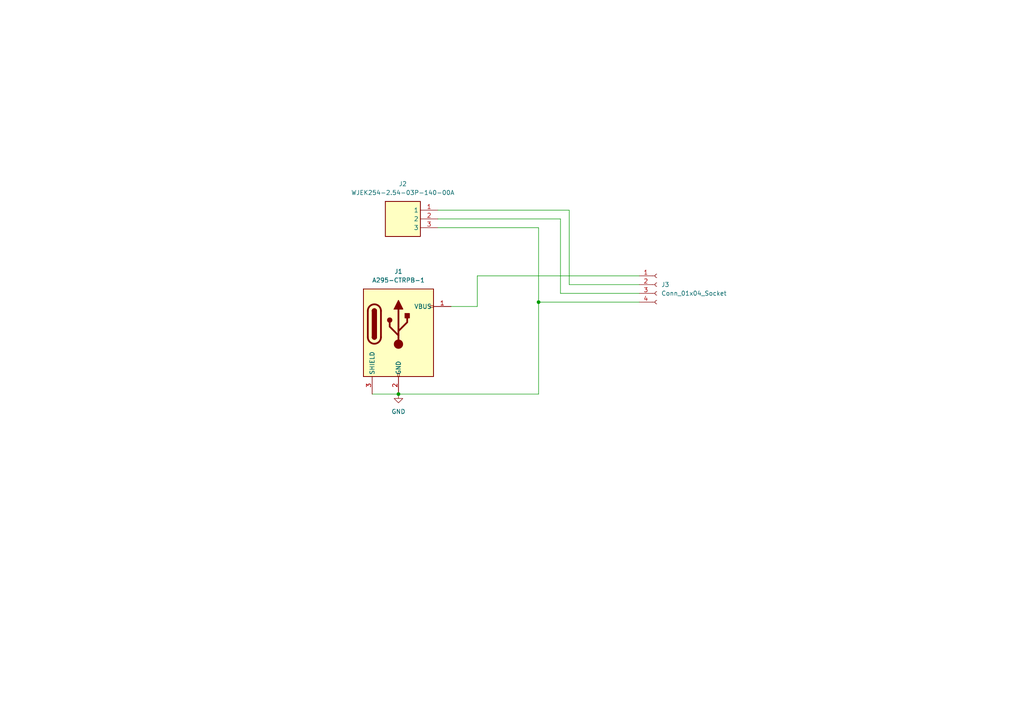
<source format=kicad_sch>
(kicad_sch (version 20231120) (generator "eeschema") (generator_version "8.0")
  (paper "A4")
  (title_block (title "Power supply and CAN BUS 1") (date "2024-09-25") (rev "0.1") (company "Mocke Tech., LLC.") (comment 1 "Kiyotaka ATSUMI"))
  (lib_symbols
    (symbol "A295-CTRPB-1:A295-CTRPB-1"
      (property "Reference" "J1" (at 0 16.51 0))
      (property "Value" "A295-CTRPB-1" (at 0 13.97 0))
      (symbol "A295-CTRPB-1_0_0"
        (rectangle (start -0.254 -13.97) (end 0.254 -12.954))
        (rectangle (start 10.16 6.604) (end 9.144 6.096))
      )
      (symbol "A295-CTRPB-1_0_1"
        (rectangle (start -10.16 11.43) (end 10.16 -13.97) (stroke (width 0.254)) (fill (type background)))
        (arc (start -8.89 -2.54) (mid -6.985 -4.4367) (end -5.08 -2.54) (stroke (width 0.508)))
        (arc (start -7.62 -2.54) (mid -6.985 -3.1723) (end -6.35 -2.54) (stroke (width 0.254)))
        (arc (start -7.62 -2.54) (mid -6.985 -3.1723) (end -6.35 -2.54) (stroke (width 0.254)) (fill (type outline)))
        (rectangle (start -7.62 -2.54) (end -6.35 5.08) (stroke (width 0.254)) (fill (type outline)))
        (arc (start -6.35 5.08) (mid -6.985 5.7123) (end -7.62 5.08) (stroke (width 0.254)))
        (arc (start -6.35 5.08) (mid -6.985 5.7123) (end -7.62 5.08) (stroke (width 0.254)) (fill (type outline)))
        (arc (start -5.08 5.08) (mid -6.985 6.9767) (end -8.89 5.08) (stroke (width 0.508)))
        (circle (center -2.54 2.413) (radius 0.635) (stroke (width 0.254)) (fill (type outline)))
        (circle (center 0 -4.572) (radius 1.27) (fill (type outline)))
        (polyline (pts (xy -8.89 -2.54) (xy -8.89 5.08)) (stroke (width 0.508)))
        (polyline (pts (xy -5.08 5.08) (xy -5.08 -2.54)) (stroke (width 0.508)))
        (polyline (pts (xy 0 -4.572) (xy 0 5.588)) (stroke (width 0.508)))
        (polyline (pts (xy 0 -2.032) (xy -2.54 0.508) (xy -2.54 1.778)) (stroke (width 0.508)))
        (polyline (pts (xy 0 -0.762) (xy 2.54 1.778) (xy 2.54 3.048)) (stroke (width 0.508)))
        (polyline (pts (xy -1.27 5.588) (xy 0 8.128) (xy 1.27 5.588) (xy -1.27 5.588)) (stroke (width 0.254)) (fill (type outline)))
        (rectangle (start 1.905 3.048) (end 3.175 4.318) (stroke (width 0.254)) (fill (type outline)))
      )
      (symbol "A295-CTRPB-1_1_1"
        (pin power_out line (at 15.24 6.35 180) (length 5.08) (name "VBUS") (number "1"))
        (pin power_out line (at 0 -19.05 90) (length 5.08) (name "GND") (number "2"))
        (pin power_in line (at -7.62 -19.05 90) (length 5.08) (name "SHIELD") (number "3"))
      )
    )
    (symbol "Connector:Conn_01x04_Socket" (pin_names (offset 1.016) hide)
      (property "Reference" "J3" (at 1.27 0.0001 0))
      (property "Value" "Conn_01x04_Socket" (at 1.27 -2.5399 0))
      (symbol "Conn_01x04_Socket_1_1"
        (arc (start 0 -4.572) (mid -0.5058 -5.08) (end 0 -5.588) (stroke (width 0.1524)))
        (arc (start 0 -2.032) (mid -0.5058 -2.54) (end 0 -3.048) (stroke (width 0.1524)))
        (polyline (pts (xy -1.27 -5.08) (xy -0.508 -5.08)) (stroke (width 0.1524)))
        (polyline (pts (xy -1.27 -2.54) (xy -0.508 -2.54)) (stroke (width 0.1524)))
        (polyline (pts (xy -1.27 0) (xy -0.508 0)) (stroke (width 0.1524)))
        (polyline (pts (xy -1.27 2.54) (xy -0.508 2.54)) (stroke (width 0.1524)))
        (arc (start 0 0.508) (mid -0.5058 0) (end 0 -0.508) (stroke (width 0.1524)))
        (arc (start 0 3.048) (mid -0.5058 2.54) (end 0 2.032) (stroke (width 0.1524)))
        (pin power_in line (at -5.08 2.54 0) (length 3.81) (name "Pin_1") (number "1"))
        (pin bidirectional line (at -5.08 0 0) (length 3.81) (name "Pin_2") (number "2"))
        (pin bidirectional line (at -5.08 -2.54 0) (length 3.81) (name "Pin_3") (number "3"))
        (pin power_in line (at -5.08 -5.08 0) (length 3.81) (name "Pin_4") (number "4"))
      )
    )
    (symbol "WJEK254-2_54-03P-140-00A:WJEK254-2.54-03P-140-00A"
      (property "Reference" "J" (at 16.51 7.62 0))
      (property "Value" "WJEK254-2.54-03P-140-00A" (at 16.51 5.08 0))
      (symbol "WJEK254-2.54-03P-140-00A_1_1"
        (rectangle (start 5.08 2.54) (end 15.24 -7.62) (stroke (width 0.254)) (fill (type background)))
        (pin passive line (at 0 0 0) (length 5.08) (name "1") (number "1"))
        (pin passive line (at 0 -2.54 0) (length 5.08) (name "2") (number "2"))
        (pin passive line (at 0 -5.08 0) (length 5.08) (name "3") (number "3"))
      )
    )
    (symbol "power:GND" (power) (pin_numbers hide) (pin_names (offset 0) hide)
      (property "Value" "GND" (at 0 -3.81 0))
      (symbol "GND_0_1"
        (polyline (pts (xy 0 0) (xy 0 -1.27) (xy 1.27 -1.27) (xy 0 -2.54) (xy -1.27 -1.27) (xy 0 -1.27)))
      )
      (symbol "GND_1_1"
        (pin power_in line (at 0 0 270) (length 0) (name "~") (number "1"))
      )
    )
  )
  (junction (at 156.21 87.63))
  (junction (at 115.57 114.3))
  (wire (pts (xy 156.21 87.63) (xy 185.42 87.63)))
  (wire (pts (xy 138.43 88.9) (xy 138.43 80.01)))
  (wire (pts (xy 156.21 66.04) (xy 156.21 87.63)))
  (wire (pts (xy 127 63.5) (xy 162.56 63.5)))
  (wire (pts (xy 162.56 63.5) (xy 162.56 85.09)))
  (wire (pts (xy 127 60.96) (xy 165.1 60.96)))
  (wire (pts (xy 156.21 114.3) (xy 156.21 87.63)))
  (wire (pts (xy 165.1 82.55) (xy 185.42 82.55)))
  (wire (pts (xy 165.1 60.96) (xy 165.1 82.55)))
  (wire (pts (xy 115.57 114.3) (xy 156.21 114.3)))
  (wire (pts (xy 162.56 85.09) (xy 185.42 85.09)))
  (wire (pts (xy 138.43 80.01) (xy 185.42 80.01)))
  (wire (pts (xy 107.95 114.3) (xy 115.57 114.3)))
  (wire (pts (xy 130.81 88.9) (xy 138.43 88.9)))
  (wire (pts (xy 127 66.04) (xy 156.21 66.04)))
  (symbol (lib_id "A295-CTRPB-1:A295-CTRPB-1") (at 115.57 95.25 0) (unit 1)
    (property "Reference" "J1" (at 115.57 78.74 0))
    (property "Value" "A295-CTRPB-1" (at 115.57 81.28 0))
    (property "Footprint" "A295-CTRPB-1:A295-CTRPB-1" (effects (hide yes)))
    (property "Datasheet" "https://akizukidenshi.com/download/ds/changenn/A295-CTRPB-1.pdf" (effects (hide yes)))
  )
  (symbol (lib_id "WJEK254-2_54-03P-140-00A:WJEK254-2.54-03P-140-00A") (at 127 60.96 0) (mirror y) (unit 1)
    (property "Reference" "J2" (at 116.84 53.34 0))
    (property "Value" "WJEK254-2.54-03P-140-00A" (at 116.84 55.88 0))
    (property "Footprint" "WJEK25425403P14000A" (effects (hide yes)))
    (property "Datasheet" "https://akizukidenshi.com/download/ds/cixiwanjie/WJEK254-2.54-XXP-1YY-00A.pdf" (effects (hide yes)))
    (property "Description" "Terminal block 2.54mm 3P green vertical" (effects (hide yes)))
    (property "Height" "8.64" (effects (hide yes)))
    (property "Manufacturer_Name" "Cixi Wanjie Electronic Co., Ltd" (effects (hide yes)))
    (property "Manufacturer_Part_Number" "WJEK254-2.54-03P-140-00A" (effects (hide yes)))
  )
  (symbol (lib_id "Connector:Conn_01x04_Socket") (at 190.5 82.55 0) (unit 1)
    (property "Reference" "J3" (at 191.77 82.5499 0) (effects (justify left)))
    (property "Value" "Conn_01x04_Socket" (at 191.77 85.0899 0) (effects (justify left)))
    (property "Footprint" "Connector_PinSocket_2.54mm:PinSocket_1x04_P2.54mm_Horizontal" (effects (hide yes)))
    (property "Description" "Generic connector, single row, 01x04, script generated" (effects (hide yes)))
  )
  (symbol (lib_id "power:GND") (at 115.57 114.3 0) (unit 1)
    (property "Reference" "#PWR01" (effects (hide yes)))
    (property "Value" "GND" (at 115.57 119.38 0))
    (property "Description" "Power symbol creates a global label with name \"GND\" , ground" (effects (hide yes)))
  )
)
</source>
